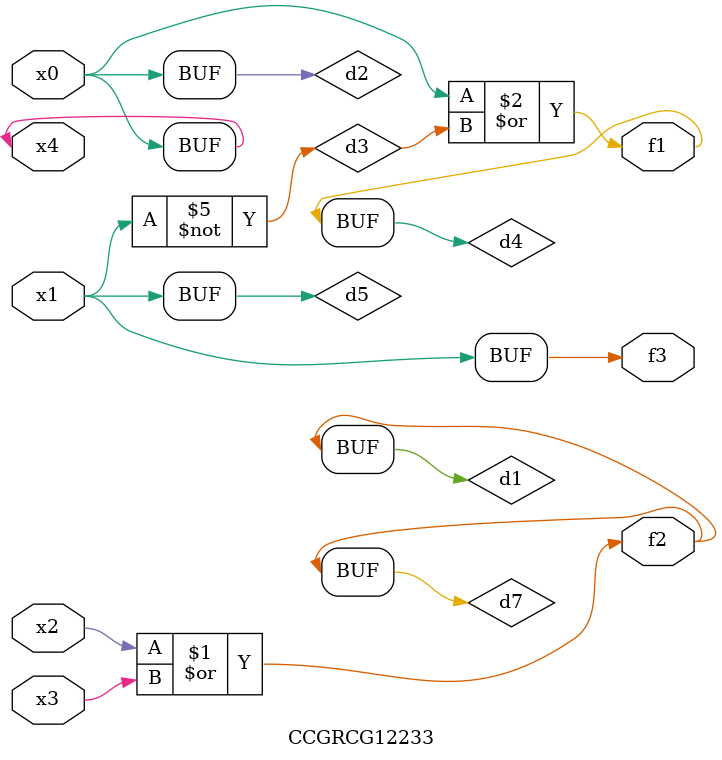
<source format=v>
module CCGRCG12233(
	input x0, x1, x2, x3, x4,
	output f1, f2, f3
);

	wire d1, d2, d3, d4, d5, d6, d7;

	or (d1, x2, x3);
	buf (d2, x0, x4);
	not (d3, x1);
	or (d4, d2, d3);
	not (d5, d3);
	nand (d6, d1, d3);
	or (d7, d1);
	assign f1 = d4;
	assign f2 = d7;
	assign f3 = d5;
endmodule

</source>
